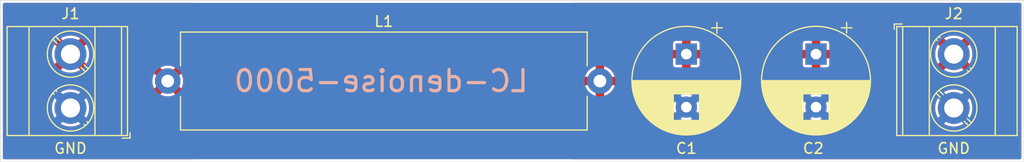
<source format=kicad_pcb>
(kicad_pcb (version 20200104) (host pcbnew "(5.99.0-791-g06c979dfa)")

  (general
    (thickness 1.6)
    (drawings 7)
    (tracks 0)
    (modules 5)
    (nets 4)
  )

  (page "A4")
  (layers
    (0 "F.Cu" signal)
    (31 "B.Cu" signal)
    (32 "B.Adhes" user)
    (33 "F.Adhes" user)
    (34 "B.Paste" user)
    (35 "F.Paste" user)
    (36 "B.SilkS" user)
    (37 "F.SilkS" user)
    (38 "B.Mask" user)
    (39 "F.Mask" user)
    (40 "Dwgs.User" user)
    (41 "Cmts.User" user)
    (42 "Eco1.User" user)
    (43 "Eco2.User" user)
    (44 "Edge.Cuts" user)
    (45 "Margin" user)
    (46 "B.CrtYd" user)
    (47 "F.CrtYd" user)
    (48 "B.Fab" user hide)
    (49 "F.Fab" user hide)
  )

  (setup
    (last_trace_width 0.25)
    (trace_clearance 0.2)
    (zone_clearance 0.25)
    (zone_45_only no)
    (trace_min 0.2)
    (via_size 0.8)
    (via_drill 0.4)
    (via_min_size 0.4)
    (via_min_drill 0.3)
    (uvia_size 0.3)
    (uvia_drill 0.1)
    (uvias_allowed no)
    (uvia_min_size 0.2)
    (uvia_min_drill 0.1)
    (max_error 0.005)
    (defaults
      (edge_clearance 0.01)
      (edge_cuts_line_width 0.05)
      (courtyard_line_width 0.05)
      (copper_line_width 0.2)
      (copper_text_dims (size 1.5 1.5) (thickness 0.3))
      (silk_line_width 0.12)
      (silk_text_dims (size 1 1) (thickness 0.15))
      (other_layers_line_width 0.1)
      (other_layers_text_dims (size 1 1) (thickness 0.15))
      (dimension_units 0)
      (dimension_precision 1)
    )
    (pad_size 1.524 1.524)
    (pad_drill 0.762)
    (pad_to_mask_clearance 0.051)
    (solder_mask_min_width 0.25)
    (aux_axis_origin 0 0)
    (visible_elements FFFFFF7F)
    (pcbplotparams
      (layerselection 0x010fc_ffffffff)
      (usegerberextensions false)
      (usegerberattributes false)
      (usegerberadvancedattributes false)
      (creategerberjobfile false)
      (excludeedgelayer true)
      (linewidth 0.100000)
      (plotframeref false)
      (viasonmask false)
      (mode 1)
      (useauxorigin false)
      (hpglpennumber 1)
      (hpglpenspeed 20)
      (hpglpendiameter 15.000000)
      (psnegative false)
      (psa4output false)
      (plotreference true)
      (plotvalue true)
      (plotinvisibletext false)
      (padsonsilk false)
      (subtractmaskfromsilk false)
      (outputformat 1)
      (mirror false)
      (drillshape 0)
      (scaleselection 1)
      (outputdirectory "gerber/")
    )
  )

  (net 0 "")
  (net 1 "GND")
  (net 2 "/V_OUT")
  (net 3 "/V_IN")

  (net_class "Default" "This is the default net class."
    (clearance 0.2)
    (trace_width 0.25)
    (via_dia 0.8)
    (via_drill 0.4)
    (uvia_dia 0.3)
    (uvia_drill 0.1)
    (add_net "/V_IN")
    (add_net "/V_OUT")
    (add_net "GND")
  )

  (module "TerminalBlock_Phoenix:TerminalBlock_Phoenix_MKDS-3-2-5.08_1x02_P5.08mm_Horizontal" (layer "F.Cu") (tedit 5E597F2F) (tstamp 5E59B39F)
    (at 200.914 76.2 -90)
    (descr "Terminal Block Phoenix MKDS-3-2-5.08, 2 pins, pitch 5.08mm, size 10.2x11.2mm^2, drill diamater 1.3mm, pad diameter 2.6mm, see http://www.farnell.com/datasheets/2138224.pdf, script-generated using https://github.com/pointhi/kicad-footprint-generator/scripts/TerminalBlock_Phoenix")
    (tags "THT Terminal Block Phoenix MKDS-3-2-5.08 pitch 5.08mm size 10.2x11.2mm^2 drill 1.3mm pad 2.6mm")
    (path "/5E597B79")
    (fp_text reference "J2" (at -3.81 0) (layer "F.SilkS")
      (effects (font (size 1 1) (thickness 0.15)))
    )
    (fp_text value "Conn_01x02" (at 2.54 6.604 90) (layer "F.Fab")
      (effects (font (size 1 1) (thickness 0.15)))
    )
    (fp_circle (center 0 0) (end 2 0) (layer "F.Fab") (width 0.1))
    (fp_circle (center 0 0) (end 2.18 0) (layer "F.SilkS") (width 0.12))
    (fp_circle (center 5.08 0) (end 7.08 0) (layer "F.Fab") (width 0.1))
    (fp_circle (center 5.08 0) (end 7.26 0) (layer "F.SilkS") (width 0.12))
    (fp_line (start -2.54 -5.9) (end 7.62 -5.9) (layer "F.Fab") (width 0.1))
    (fp_line (start 7.62 -5.9) (end 7.62 5.3) (layer "F.Fab") (width 0.1))
    (fp_line (start 7.62 5.3) (end -2.04 5.3) (layer "F.Fab") (width 0.1))
    (fp_line (start -2.04 5.3) (end -2.54 4.8) (layer "F.Fab") (width 0.1))
    (fp_line (start -2.54 4.8) (end -2.54 -5.9) (layer "F.Fab") (width 0.1))
    (fp_line (start -2.54 4.8) (end 7.62 4.8) (layer "F.Fab") (width 0.1))
    (fp_line (start -2.6 4.8) (end 7.68 4.8) (layer "F.SilkS") (width 0.12))
    (fp_line (start -2.54 2.3) (end 7.62 2.3) (layer "F.Fab") (width 0.1))
    (fp_line (start -2.6 2.3) (end 7.68 2.3) (layer "F.SilkS") (width 0.12))
    (fp_line (start -2.54 -3.9) (end 7.62 -3.9) (layer "F.Fab") (width 0.1))
    (fp_line (start -2.6 -3.9) (end 7.68 -3.9) (layer "F.SilkS") (width 0.12))
    (fp_line (start -2.6 -5.96) (end 7.68 -5.96) (layer "F.SilkS") (width 0.12))
    (fp_line (start -2.6 5.36) (end 7.68 5.36) (layer "F.SilkS") (width 0.12))
    (fp_line (start -2.6 -5.96) (end -2.6 5.36) (layer "F.SilkS") (width 0.12))
    (fp_line (start 7.68 -5.96) (end 7.68 5.36) (layer "F.SilkS") (width 0.12))
    (fp_line (start 1.517 -1.273) (end -1.273 1.517) (layer "F.Fab") (width 0.1))
    (fp_line (start 1.273 -1.517) (end -1.517 1.273) (layer "F.Fab") (width 0.1))
    (fp_line (start 1.654 -1.388) (end 1.547 -1.281) (layer "F.SilkS") (width 0.12))
    (fp_line (start -1.282 1.547) (end -1.388 1.654) (layer "F.SilkS") (width 0.12))
    (fp_line (start 1.388 -1.654) (end 1.281 -1.547) (layer "F.SilkS") (width 0.12))
    (fp_line (start -1.548 1.281) (end -1.654 1.388) (layer "F.SilkS") (width 0.12))
    (fp_line (start 6.597 -1.273) (end 3.808 1.517) (layer "F.Fab") (width 0.1))
    (fp_line (start 6.353 -1.517) (end 3.564 1.273) (layer "F.Fab") (width 0.1))
    (fp_line (start 6.734 -1.388) (end 6.339 -0.992) (layer "F.SilkS") (width 0.12))
    (fp_line (start 4.073 1.274) (end 3.693 1.654) (layer "F.SilkS") (width 0.12))
    (fp_line (start 6.468 -1.654) (end 6.088 -1.274) (layer "F.SilkS") (width 0.12))
    (fp_line (start 3.822 0.992) (end 3.427 1.388) (layer "F.SilkS") (width 0.12))
    (fp_line (start -2.84 4.86) (end -2.84 5.6) (layer "F.SilkS") (width 0.12))
    (fp_line (start -2.84 5.6) (end -2.34 5.6) (layer "F.SilkS") (width 0.12))
    (fp_line (start -3.04 -6.4) (end -3.04 5.8) (layer "F.CrtYd") (width 0.05))
    (fp_line (start -3.04 5.8) (end 8.13 5.8) (layer "F.CrtYd") (width 0.05))
    (fp_line (start 8.13 5.8) (end 8.13 -6.4) (layer "F.CrtYd") (width 0.05))
    (fp_line (start 8.13 -6.4) (end -3.04 -6.4) (layer "F.CrtYd") (width 0.05))
    (fp_text user "%R" (at 9.144 0) (layer "F.Fab")
      (effects (font (size 1 1) (thickness 0.15)))
    )
    (pad "2" thru_hole circle (at 5.08 0 270) (size 3 3) (drill 1.8) (layers *.Cu *.Mask)
      (net 1 "GND"))
    (pad "1" thru_hole circle (at 0 0 270) (size 3 3) (drill 1.8) (layers *.Cu *.Mask)
      (net 2 "/V_OUT"))
    (model "${KISYS3DMOD}/TerminalBlock_Phoenix.3dshapes/TerminalBlock_Phoenix_MKDS-3-2-5.08_1x02_P5.08mm_Horizontal.wrl"
      (at (xyz 0 0 0))
      (scale (xyz 1 1 1))
      (rotate (xyz 0 0 0))
    )
  )

  (module "TerminalBlock_Phoenix:TerminalBlock_Phoenix_MKDS-3-2-5.08_1x02_P5.08mm_Horizontal" (layer "F.Cu") (tedit 5E597F06) (tstamp 5E59C9AD)
    (at 117.856 81.28 90)
    (descr "Terminal Block Phoenix MKDS-3-2-5.08, 2 pins, pitch 5.08mm, size 10.2x11.2mm^2, drill diamater 1.3mm, pad diameter 2.6mm, see http://www.farnell.com/datasheets/2138224.pdf, script-generated using https://github.com/pointhi/kicad-footprint-generator/scripts/TerminalBlock_Phoenix")
    (tags "THT Terminal Block Phoenix MKDS-3-2-5.08 pitch 5.08mm size 10.2x11.2mm^2 drill 1.3mm pad 2.6mm")
    (path "/5E597810")
    (fp_text reference "J1" (at 8.89 0 180) (layer "F.SilkS")
      (effects (font (size 1 1) (thickness 0.15)))
    )
    (fp_text value "Conn_01x02" (at 2.54 6.36 90) (layer "F.Fab")
      (effects (font (size 1 1) (thickness 0.15)))
    )
    (fp_circle (center 0 0) (end 2 0) (layer "F.Fab") (width 0.1))
    (fp_circle (center 0 0) (end 2.18 0) (layer "F.SilkS") (width 0.12))
    (fp_circle (center 5.08 0) (end 7.08 0) (layer "F.Fab") (width 0.1))
    (fp_circle (center 5.08 0) (end 7.26 0) (layer "F.SilkS") (width 0.12))
    (fp_line (start -2.54 -5.9) (end 7.62 -5.9) (layer "F.Fab") (width 0.1))
    (fp_line (start 7.62 -5.9) (end 7.62 5.3) (layer "F.Fab") (width 0.1))
    (fp_line (start 7.62 5.3) (end -2.04 5.3) (layer "F.Fab") (width 0.1))
    (fp_line (start -2.04 5.3) (end -2.54 4.8) (layer "F.Fab") (width 0.1))
    (fp_line (start -2.54 4.8) (end -2.54 -5.9) (layer "F.Fab") (width 0.1))
    (fp_line (start -2.54 4.8) (end 7.62 4.8) (layer "F.Fab") (width 0.1))
    (fp_line (start -2.6 4.8) (end 7.68 4.8) (layer "F.SilkS") (width 0.12))
    (fp_line (start -2.54 2.3) (end 7.62 2.3) (layer "F.Fab") (width 0.1))
    (fp_line (start -2.6 2.3) (end 7.68 2.3) (layer "F.SilkS") (width 0.12))
    (fp_line (start -2.54 -3.9) (end 7.62 -3.9) (layer "F.Fab") (width 0.1))
    (fp_line (start -2.6 -3.9) (end 7.68 -3.9) (layer "F.SilkS") (width 0.12))
    (fp_line (start -2.6 -5.96) (end 7.68 -5.96) (layer "F.SilkS") (width 0.12))
    (fp_line (start -2.6 5.36) (end 7.68 5.36) (layer "F.SilkS") (width 0.12))
    (fp_line (start -2.6 -5.96) (end -2.6 5.36) (layer "F.SilkS") (width 0.12))
    (fp_line (start 7.68 -5.96) (end 7.68 5.36) (layer "F.SilkS") (width 0.12))
    (fp_line (start 1.517 -1.273) (end -1.273 1.517) (layer "F.Fab") (width 0.1))
    (fp_line (start 1.273 -1.517) (end -1.517 1.273) (layer "F.Fab") (width 0.1))
    (fp_line (start 1.654 -1.388) (end 1.547 -1.281) (layer "F.SilkS") (width 0.12))
    (fp_line (start -1.282 1.547) (end -1.388 1.654) (layer "F.SilkS") (width 0.12))
    (fp_line (start 1.388 -1.654) (end 1.281 -1.547) (layer "F.SilkS") (width 0.12))
    (fp_line (start -1.548 1.281) (end -1.654 1.388) (layer "F.SilkS") (width 0.12))
    (fp_line (start 6.597 -1.273) (end 3.808 1.517) (layer "F.Fab") (width 0.1))
    (fp_line (start 6.353 -1.517) (end 3.564 1.273) (layer "F.Fab") (width 0.1))
    (fp_line (start 6.734 -1.388) (end 6.339 -0.992) (layer "F.SilkS") (width 0.12))
    (fp_line (start 4.073 1.274) (end 3.693 1.654) (layer "F.SilkS") (width 0.12))
    (fp_line (start 6.468 -1.654) (end 6.088 -1.274) (layer "F.SilkS") (width 0.12))
    (fp_line (start 3.822 0.992) (end 3.427 1.388) (layer "F.SilkS") (width 0.12))
    (fp_line (start -2.84 4.86) (end -2.84 5.6) (layer "F.SilkS") (width 0.12))
    (fp_line (start -2.84 5.6) (end -2.34 5.6) (layer "F.SilkS") (width 0.12))
    (fp_line (start -3.04 -6.4) (end -3.04 5.8) (layer "F.CrtYd") (width 0.05))
    (fp_line (start -3.04 5.8) (end 8.13 5.8) (layer "F.CrtYd") (width 0.05))
    (fp_line (start 8.13 5.8) (end 8.13 -6.4) (layer "F.CrtYd") (width 0.05))
    (fp_line (start 8.13 -6.4) (end -3.04 -6.4) (layer "F.CrtYd") (width 0.05))
    (fp_text user "%R" (at -4.064 0 180) (layer "F.Fab")
      (effects (font (size 1 1) (thickness 0.15)))
    )
    (pad "2" thru_hole circle (at 5.08 0 90) (size 3 3) (drill 1.8) (layers *.Cu *.Mask)
      (net 3 "/V_IN"))
    (pad "1" thru_hole circle (at 0 0 90) (size 3 3) (drill 1.8) (layers *.Cu *.Mask)
      (net 1 "GND"))
    (model "${KISYS3DMOD}/TerminalBlock_Phoenix.3dshapes/TerminalBlock_Phoenix_MKDS-3-2-5.08_1x02_P5.08mm_Horizontal.wrl"
      (at (xyz 0 0 0))
      (scale (xyz 1 1 1))
      (rotate (xyz 0 0 0))
    )
  )

  (module "Resistor_THT:R_Axial_Power_L38.0mm_W9.0mm_P40.64mm" (layer "F.Cu") (tedit 5AE5139B) (tstamp 5E59B3B6)
    (at 127 78.74)
    (descr "Resistor, Axial_Power series, Box, pin pitch=40.64mm, 9W, length*width*height=38*9*9mm^3, http://cdn-reichelt.de/documents/datenblatt/B400/5WAXIAL_9WAXIAL_11WAXIAL_17WAXIAL%23YAG.pdf")
    (tags "Resistor Axial_Power series Box pin pitch 40.64mm 9W length 38mm width 9mm height 9mm")
    (path "/5E599CDE")
    (fp_text reference "L1" (at 20.32 -5.62) (layer "F.SilkS")
      (effects (font (size 1 1) (thickness 0.15)))
    )
    (fp_text value "5252-RC" (at 20.32 5.62) (layer "F.Fab")
      (effects (font (size 1 1) (thickness 0.15)))
    )
    (fp_line (start 1.32 -4.5) (end 1.32 4.5) (layer "F.Fab") (width 0.1))
    (fp_line (start 1.32 4.5) (end 39.32 4.5) (layer "F.Fab") (width 0.1))
    (fp_line (start 39.32 4.5) (end 39.32 -4.5) (layer "F.Fab") (width 0.1))
    (fp_line (start 39.32 -4.5) (end 1.32 -4.5) (layer "F.Fab") (width 0.1))
    (fp_line (start 0 0) (end 1.32 0) (layer "F.Fab") (width 0.1))
    (fp_line (start 40.64 0) (end 39.32 0) (layer "F.Fab") (width 0.1))
    (fp_line (start 1.2 -1.44) (end 1.2 -4.62) (layer "F.SilkS") (width 0.12))
    (fp_line (start 1.2 -4.62) (end 39.44 -4.62) (layer "F.SilkS") (width 0.12))
    (fp_line (start 39.44 -4.62) (end 39.44 -1.44) (layer "F.SilkS") (width 0.12))
    (fp_line (start 1.2 1.44) (end 1.2 4.62) (layer "F.SilkS") (width 0.12))
    (fp_line (start 1.2 4.62) (end 39.44 4.62) (layer "F.SilkS") (width 0.12))
    (fp_line (start 39.44 4.62) (end 39.44 1.44) (layer "F.SilkS") (width 0.12))
    (fp_line (start -1.45 -4.75) (end -1.45 4.75) (layer "F.CrtYd") (width 0.05))
    (fp_line (start -1.45 4.75) (end 42.09 4.75) (layer "F.CrtYd") (width 0.05))
    (fp_line (start 42.09 4.75) (end 42.09 -4.75) (layer "F.CrtYd") (width 0.05))
    (fp_line (start 42.09 -4.75) (end -1.45 -4.75) (layer "F.CrtYd") (width 0.05))
    (fp_text user "%R" (at 20.32 0) (layer "F.Fab")
      (effects (font (size 1 1) (thickness 0.15)))
    )
    (pad "2" thru_hole oval (at 40.64 0) (size 2.4 2.4) (drill 1.2) (layers *.Cu *.Mask)
      (net 2 "/V_OUT"))
    (pad "1" thru_hole circle (at 0 0) (size 2.4 2.4) (drill 1.2) (layers *.Cu *.Mask)
      (net 3 "/V_IN"))
    (model "${KISYS3DMOD}/Resistor_THT.3dshapes/R_Axial_Power_L38.0mm_W9.0mm_P40.64mm.wrl"
      (at (xyz 0 0 0))
      (scale (xyz 1 1 1))
      (rotate (xyz 0 0 0))
    )
  )

  (module "Capacitor_THT:CP_Radial_D10.0mm_P5.00mm" (layer "F.Cu") (tedit 5AE50EF1) (tstamp 5E59B347)
    (at 187.96 76.2 -90)
    (descr "CP, Radial series, Radial, pin pitch=5.00mm, , diameter=10mm, Electrolytic Capacitor")
    (tags "CP Radial series Radial pin pitch 5.00mm  diameter 10mm Electrolytic Capacitor")
    (path "/5E5985DB")
    (fp_text reference "C2" (at 8.89 0.254 180) (layer "F.SilkS")
      (effects (font (size 1 1) (thickness 0.15)))
    )
    (fp_text value "EEU-FP1V511B" (at 8.636 0 180) (layer "F.Fab")
      (effects (font (size 1 1) (thickness 0.15)))
    )
    (fp_circle (center 2.5 0) (end 7.5 0) (layer "F.Fab") (width 0.1))
    (fp_circle (center 2.5 0) (end 7.62 0) (layer "F.SilkS") (width 0.12))
    (fp_circle (center 2.5 0) (end 7.75 0) (layer "F.CrtYd") (width 0.05))
    (fp_line (start -1.788861 -2.1875) (end -0.788861 -2.1875) (layer "F.Fab") (width 0.1))
    (fp_line (start -1.288861 -2.6875) (end -1.288861 -1.6875) (layer "F.Fab") (width 0.1))
    (fp_line (start 2.5 -5.08) (end 2.5 5.08) (layer "F.SilkS") (width 0.12))
    (fp_line (start 2.54 -5.08) (end 2.54 5.08) (layer "F.SilkS") (width 0.12))
    (fp_line (start 2.58 -5.08) (end 2.58 5.08) (layer "F.SilkS") (width 0.12))
    (fp_line (start 2.62 -5.079) (end 2.62 5.079) (layer "F.SilkS") (width 0.12))
    (fp_line (start 2.66 -5.078) (end 2.66 5.078) (layer "F.SilkS") (width 0.12))
    (fp_line (start 2.7 -5.077) (end 2.7 5.077) (layer "F.SilkS") (width 0.12))
    (fp_line (start 2.74 -5.075) (end 2.74 5.075) (layer "F.SilkS") (width 0.12))
    (fp_line (start 2.78 -5.073) (end 2.78 5.073) (layer "F.SilkS") (width 0.12))
    (fp_line (start 2.82 -5.07) (end 2.82 5.07) (layer "F.SilkS") (width 0.12))
    (fp_line (start 2.86 -5.068) (end 2.86 5.068) (layer "F.SilkS") (width 0.12))
    (fp_line (start 2.9 -5.065) (end 2.9 5.065) (layer "F.SilkS") (width 0.12))
    (fp_line (start 2.94 -5.062) (end 2.94 5.062) (layer "F.SilkS") (width 0.12))
    (fp_line (start 2.98 -5.058) (end 2.98 5.058) (layer "F.SilkS") (width 0.12))
    (fp_line (start 3.02 -5.054) (end 3.02 5.054) (layer "F.SilkS") (width 0.12))
    (fp_line (start 3.06 -5.05) (end 3.06 5.05) (layer "F.SilkS") (width 0.12))
    (fp_line (start 3.1 -5.045) (end 3.1 5.045) (layer "F.SilkS") (width 0.12))
    (fp_line (start 3.14 -5.04) (end 3.14 5.04) (layer "F.SilkS") (width 0.12))
    (fp_line (start 3.18 -5.035) (end 3.18 5.035) (layer "F.SilkS") (width 0.12))
    (fp_line (start 3.221 -5.03) (end 3.221 5.03) (layer "F.SilkS") (width 0.12))
    (fp_line (start 3.261 -5.024) (end 3.261 5.024) (layer "F.SilkS") (width 0.12))
    (fp_line (start 3.301 -5.018) (end 3.301 5.018) (layer "F.SilkS") (width 0.12))
    (fp_line (start 3.341 -5.011) (end 3.341 5.011) (layer "F.SilkS") (width 0.12))
    (fp_line (start 3.381 -5.004) (end 3.381 5.004) (layer "F.SilkS") (width 0.12))
    (fp_line (start 3.421 -4.997) (end 3.421 4.997) (layer "F.SilkS") (width 0.12))
    (fp_line (start 3.461 -4.99) (end 3.461 4.99) (layer "F.SilkS") (width 0.12))
    (fp_line (start 3.501 -4.982) (end 3.501 4.982) (layer "F.SilkS") (width 0.12))
    (fp_line (start 3.541 -4.974) (end 3.541 4.974) (layer "F.SilkS") (width 0.12))
    (fp_line (start 3.581 -4.965) (end 3.581 4.965) (layer "F.SilkS") (width 0.12))
    (fp_line (start 3.621 -4.956) (end 3.621 4.956) (layer "F.SilkS") (width 0.12))
    (fp_line (start 3.661 -4.947) (end 3.661 4.947) (layer "F.SilkS") (width 0.12))
    (fp_line (start 3.701 -4.938) (end 3.701 4.938) (layer "F.SilkS") (width 0.12))
    (fp_line (start 3.741 -4.928) (end 3.741 4.928) (layer "F.SilkS") (width 0.12))
    (fp_line (start 3.781 -4.918) (end 3.781 -1.241) (layer "F.SilkS") (width 0.12))
    (fp_line (start 3.781 1.241) (end 3.781 4.918) (layer "F.SilkS") (width 0.12))
    (fp_line (start 3.821 -4.907) (end 3.821 -1.241) (layer "F.SilkS") (width 0.12))
    (fp_line (start 3.821 1.241) (end 3.821 4.907) (layer "F.SilkS") (width 0.12))
    (fp_line (start 3.861 -4.897) (end 3.861 -1.241) (layer "F.SilkS") (width 0.12))
    (fp_line (start 3.861 1.241) (end 3.861 4.897) (layer "F.SilkS") (width 0.12))
    (fp_line (start 3.901 -4.885) (end 3.901 -1.241) (layer "F.SilkS") (width 0.12))
    (fp_line (start 3.901 1.241) (end 3.901 4.885) (layer "F.SilkS") (width 0.12))
    (fp_line (start 3.941 -4.874) (end 3.941 -1.241) (layer "F.SilkS") (width 0.12))
    (fp_line (start 3.941 1.241) (end 3.941 4.874) (layer "F.SilkS") (width 0.12))
    (fp_line (start 3.981 -4.862) (end 3.981 -1.241) (layer "F.SilkS") (width 0.12))
    (fp_line (start 3.981 1.241) (end 3.981 4.862) (layer "F.SilkS") (width 0.12))
    (fp_line (start 4.021 -4.85) (end 4.021 -1.241) (layer "F.SilkS") (width 0.12))
    (fp_line (start 4.021 1.241) (end 4.021 4.85) (layer "F.SilkS") (width 0.12))
    (fp_line (start 4.061 -4.837) (end 4.061 -1.241) (layer "F.SilkS") (width 0.12))
    (fp_line (start 4.061 1.241) (end 4.061 4.837) (layer "F.SilkS") (width 0.12))
    (fp_line (start 4.101 -4.824) (end 4.101 -1.241) (layer "F.SilkS") (width 0.12))
    (fp_line (start 4.101 1.241) (end 4.101 4.824) (layer "F.SilkS") (width 0.12))
    (fp_line (start 4.141 -4.811) (end 4.141 -1.241) (layer "F.SilkS") (width 0.12))
    (fp_line (start 4.141 1.241) (end 4.141 4.811) (layer "F.SilkS") (width 0.12))
    (fp_line (start 4.181 -4.797) (end 4.181 -1.241) (layer "F.SilkS") (width 0.12))
    (fp_line (start 4.181 1.241) (end 4.181 4.797) (layer "F.SilkS") (width 0.12))
    (fp_line (start 4.221 -4.783) (end 4.221 -1.241) (layer "F.SilkS") (width 0.12))
    (fp_line (start 4.221 1.241) (end 4.221 4.783) (layer "F.SilkS") (width 0.12))
    (fp_line (start 4.261 -4.768) (end 4.261 -1.241) (layer "F.SilkS") (width 0.12))
    (fp_line (start 4.261 1.241) (end 4.261 4.768) (layer "F.SilkS") (width 0.12))
    (fp_line (start 4.301 -4.754) (end 4.301 -1.241) (layer "F.SilkS") (width 0.12))
    (fp_line (start 4.301 1.241) (end 4.301 4.754) (layer "F.SilkS") (width 0.12))
    (fp_line (start 4.341 -4.738) (end 4.341 -1.241) (layer "F.SilkS") (width 0.12))
    (fp_line (start 4.341 1.241) (end 4.341 4.738) (layer "F.SilkS") (width 0.12))
    (fp_line (start 4.381 -4.723) (end 4.381 -1.241) (layer "F.SilkS") (width 0.12))
    (fp_line (start 4.381 1.241) (end 4.381 4.723) (layer "F.SilkS") (width 0.12))
    (fp_line (start 4.421 -4.707) (end 4.421 -1.241) (layer "F.SilkS") (width 0.12))
    (fp_line (start 4.421 1.241) (end 4.421 4.707) (layer "F.SilkS") (width 0.12))
    (fp_line (start 4.461 -4.69) (end 4.461 -1.241) (layer "F.SilkS") (width 0.12))
    (fp_line (start 4.461 1.241) (end 4.461 4.69) (layer "F.SilkS") (width 0.12))
    (fp_line (start 4.501 -4.674) (end 4.501 -1.241) (layer "F.SilkS") (width 0.12))
    (fp_line (start 4.501 1.241) (end 4.501 4.674) (layer "F.SilkS") (width 0.12))
    (fp_line (start 4.541 -4.657) (end 4.541 -1.241) (layer "F.SilkS") (width 0.12))
    (fp_line (start 4.541 1.241) (end 4.541 4.657) (layer "F.SilkS") (width 0.12))
    (fp_line (start 4.581 -4.639) (end 4.581 -1.241) (layer "F.SilkS") (width 0.12))
    (fp_line (start 4.581 1.241) (end 4.581 4.639) (layer "F.SilkS") (width 0.12))
    (fp_line (start 4.621 -4.621) (end 4.621 -1.241) (layer "F.SilkS") (width 0.12))
    (fp_line (start 4.621 1.241) (end 4.621 4.621) (layer "F.SilkS") (width 0.12))
    (fp_line (start 4.661 -4.603) (end 4.661 -1.241) (layer "F.SilkS") (width 0.12))
    (fp_line (start 4.661 1.241) (end 4.661 4.603) (layer "F.SilkS") (width 0.12))
    (fp_line (start 4.701 -4.584) (end 4.701 -1.241) (layer "F.SilkS") (width 0.12))
    (fp_line (start 4.701 1.241) (end 4.701 4.584) (layer "F.SilkS") (width 0.12))
    (fp_line (start 4.741 -4.564) (end 4.741 -1.241) (layer "F.SilkS") (width 0.12))
    (fp_line (start 4.741 1.241) (end 4.741 4.564) (layer "F.SilkS") (width 0.12))
    (fp_line (start 4.781 -4.545) (end 4.781 -1.241) (layer "F.SilkS") (width 0.12))
    (fp_line (start 4.781 1.241) (end 4.781 4.545) (layer "F.SilkS") (width 0.12))
    (fp_line (start 4.821 -4.525) (end 4.821 -1.241) (layer "F.SilkS") (width 0.12))
    (fp_line (start 4.821 1.241) (end 4.821 4.525) (layer "F.SilkS") (width 0.12))
    (fp_line (start 4.861 -4.504) (end 4.861 -1.241) (layer "F.SilkS") (width 0.12))
    (fp_line (start 4.861 1.241) (end 4.861 4.504) (layer "F.SilkS") (width 0.12))
    (fp_line (start 4.901 -4.483) (end 4.901 -1.241) (layer "F.SilkS") (width 0.12))
    (fp_line (start 4.901 1.241) (end 4.901 4.483) (layer "F.SilkS") (width 0.12))
    (fp_line (start 4.941 -4.462) (end 4.941 -1.241) (layer "F.SilkS") (width 0.12))
    (fp_line (start 4.941 1.241) (end 4.941 4.462) (layer "F.SilkS") (width 0.12))
    (fp_line (start 4.981 -4.44) (end 4.981 -1.241) (layer "F.SilkS") (width 0.12))
    (fp_line (start 4.981 1.241) (end 4.981 4.44) (layer "F.SilkS") (width 0.12))
    (fp_line (start 5.021 -4.417) (end 5.021 -1.241) (layer "F.SilkS") (width 0.12))
    (fp_line (start 5.021 1.241) (end 5.021 4.417) (layer "F.SilkS") (width 0.12))
    (fp_line (start 5.061 -4.395) (end 5.061 -1.241) (layer "F.SilkS") (width 0.12))
    (fp_line (start 5.061 1.241) (end 5.061 4.395) (layer "F.SilkS") (width 0.12))
    (fp_line (start 5.101 -4.371) (end 5.101 -1.241) (layer "F.SilkS") (width 0.12))
    (fp_line (start 5.101 1.241) (end 5.101 4.371) (layer "F.SilkS") (width 0.12))
    (fp_line (start 5.141 -4.347) (end 5.141 -1.241) (layer "F.SilkS") (width 0.12))
    (fp_line (start 5.141 1.241) (end 5.141 4.347) (layer "F.SilkS") (width 0.12))
    (fp_line (start 5.181 -4.323) (end 5.181 -1.241) (layer "F.SilkS") (width 0.12))
    (fp_line (start 5.181 1.241) (end 5.181 4.323) (layer "F.SilkS") (width 0.12))
    (fp_line (start 5.221 -4.298) (end 5.221 -1.241) (layer "F.SilkS") (width 0.12))
    (fp_line (start 5.221 1.241) (end 5.221 4.298) (layer "F.SilkS") (width 0.12))
    (fp_line (start 5.261 -4.273) (end 5.261 -1.241) (layer "F.SilkS") (width 0.12))
    (fp_line (start 5.261 1.241) (end 5.261 4.273) (layer "F.SilkS") (width 0.12))
    (fp_line (start 5.301 -4.247) (end 5.301 -1.241) (layer "F.SilkS") (width 0.12))
    (fp_line (start 5.301 1.241) (end 5.301 4.247) (layer "F.SilkS") (width 0.12))
    (fp_line (start 5.341 -4.221) (end 5.341 -1.241) (layer "F.SilkS") (width 0.12))
    (fp_line (start 5.341 1.241) (end 5.341 4.221) (layer "F.SilkS") (width 0.12))
    (fp_line (start 5.381 -4.194) (end 5.381 -1.241) (layer "F.SilkS") (width 0.12))
    (fp_line (start 5.381 1.241) (end 5.381 4.194) (layer "F.SilkS") (width 0.12))
    (fp_line (start 5.421 -4.166) (end 5.421 -1.241) (layer "F.SilkS") (width 0.12))
    (fp_line (start 5.421 1.241) (end 5.421 4.166) (layer "F.SilkS") (width 0.12))
    (fp_line (start 5.461 -4.138) (end 5.461 -1.241) (layer "F.SilkS") (width 0.12))
    (fp_line (start 5.461 1.241) (end 5.461 4.138) (layer "F.SilkS") (width 0.12))
    (fp_line (start 5.501 -4.11) (end 5.501 -1.241) (layer "F.SilkS") (width 0.12))
    (fp_line (start 5.501 1.241) (end 5.501 4.11) (layer "F.SilkS") (width 0.12))
    (fp_line (start 5.541 -4.08) (end 5.541 -1.241) (layer "F.SilkS") (width 0.12))
    (fp_line (start 5.541 1.241) (end 5.541 4.08) (layer "F.SilkS") (width 0.12))
    (fp_line (start 5.581 -4.05) (end 5.581 -1.241) (layer "F.SilkS") (width 0.12))
    (fp_line (start 5.581 1.241) (end 5.581 4.05) (layer "F.SilkS") (width 0.12))
    (fp_line (start 5.621 -4.02) (end 5.621 -1.241) (layer "F.SilkS") (width 0.12))
    (fp_line (start 5.621 1.241) (end 5.621 4.02) (layer "F.SilkS") (width 0.12))
    (fp_line (start 5.661 -3.989) (end 5.661 -1.241) (layer "F.SilkS") (width 0.12))
    (fp_line (start 5.661 1.241) (end 5.661 3.989) (layer "F.SilkS") (width 0.12))
    (fp_line (start 5.701 -3.957) (end 5.701 -1.241) (layer "F.SilkS") (width 0.12))
    (fp_line (start 5.701 1.241) (end 5.701 3.957) (layer "F.SilkS") (width 0.12))
    (fp_line (start 5.741 -3.925) (end 5.741 -1.241) (layer "F.SilkS") (width 0.12))
    (fp_line (start 5.741 1.241) (end 5.741 3.925) (layer "F.SilkS") (width 0.12))
    (fp_line (start 5.781 -3.892) (end 5.781 -1.241) (layer "F.SilkS") (width 0.12))
    (fp_line (start 5.781 1.241) (end 5.781 3.892) (layer "F.SilkS") (width 0.12))
    (fp_line (start 5.821 -3.858) (end 5.821 -1.241) (layer "F.SilkS") (width 0.12))
    (fp_line (start 5.821 1.241) (end 5.821 3.858) (layer "F.SilkS") (width 0.12))
    (fp_line (start 5.861 -3.824) (end 5.861 -1.241) (layer "F.SilkS") (width 0.12))
    (fp_line (start 5.861 1.241) (end 5.861 3.824) (layer "F.SilkS") (width 0.12))
    (fp_line (start 5.901 -3.789) (end 5.901 -1.241) (layer "F.SilkS") (width 0.12))
    (fp_line (start 5.901 1.241) (end 5.901 3.789) (layer "F.SilkS") (width 0.12))
    (fp_line (start 5.941 -3.753) (end 5.941 -1.241) (layer "F.SilkS") (width 0.12))
    (fp_line (start 5.941 1.241) (end 5.941 3.753) (layer "F.SilkS") (width 0.12))
    (fp_line (start 5.981 -3.716) (end 5.981 -1.241) (layer "F.SilkS") (width 0.12))
    (fp_line (start 5.981 1.241) (end 5.981 3.716) (layer "F.SilkS") (width 0.12))
    (fp_line (start 6.021 -3.679) (end 6.021 -1.241) (layer "F.SilkS") (width 0.12))
    (fp_line (start 6.021 1.241) (end 6.021 3.679) (layer "F.SilkS") (width 0.12))
    (fp_line (start 6.061 -3.64) (end 6.061 -1.241) (layer "F.SilkS") (width 0.12))
    (fp_line (start 6.061 1.241) (end 6.061 3.64) (layer "F.SilkS") (width 0.12))
    (fp_line (start 6.101 -3.601) (end 6.101 -1.241) (layer "F.SilkS") (width 0.12))
    (fp_line (start 6.101 1.241) (end 6.101 3.601) (layer "F.SilkS") (width 0.12))
    (fp_line (start 6.141 -3.561) (end 6.141 -1.241) (layer "F.SilkS") (width 0.12))
    (fp_line (start 6.141 1.241) (end 6.141 3.561) (layer "F.SilkS") (width 0.12))
    (fp_line (start 6.181 -3.52) (end 6.181 -1.241) (layer "F.SilkS") (width 0.12))
    (fp_line (start 6.181 1.241) (end 6.181 3.52) (layer "F.SilkS") (width 0.12))
    (fp_line (start 6.221 -3.478) (end 6.221 -1.241) (layer "F.SilkS") (width 0.12))
    (fp_line (start 6.221 1.241) (end 6.221 3.478) (layer "F.SilkS") (width 0.12))
    (fp_line (start 6.261 -3.436) (end 6.261 3.436) (layer "F.SilkS") (width 0.12))
    (fp_line (start 6.301 -3.392) (end 6.301 3.392) (layer "F.SilkS") (width 0.12))
    (fp_line (start 6.341 -3.347) (end 6.341 3.347) (layer "F.SilkS") (width 0.12))
    (fp_line (start 6.381 -3.301) (end 6.381 3.301) (layer "F.SilkS") (width 0.12))
    (fp_line (start 6.421 -3.254) (end 6.421 3.254) (layer "F.SilkS") (width 0.12))
    (fp_line (start 6.461 -3.206) (end 6.461 3.206) (layer "F.SilkS") (width 0.12))
    (fp_line (start 6.501 -3.156) (end 6.501 3.156) (layer "F.SilkS") (width 0.12))
    (fp_line (start 6.541 -3.106) (end 6.541 3.106) (layer "F.SilkS") (width 0.12))
    (fp_line (start 6.581 -3.054) (end 6.581 3.054) (layer "F.SilkS") (width 0.12))
    (fp_line (start 6.621 -3) (end 6.621 3) (layer "F.SilkS") (width 0.12))
    (fp_line (start 6.661 -2.945) (end 6.661 2.945) (layer "F.SilkS") (width 0.12))
    (fp_line (start 6.701 -2.889) (end 6.701 2.889) (layer "F.SilkS") (width 0.12))
    (fp_line (start 6.741 -2.83) (end 6.741 2.83) (layer "F.SilkS") (width 0.12))
    (fp_line (start 6.781 -2.77) (end 6.781 2.77) (layer "F.SilkS") (width 0.12))
    (fp_line (start 6.821 -2.709) (end 6.821 2.709) (layer "F.SilkS") (width 0.12))
    (fp_line (start 6.861 -2.645) (end 6.861 2.645) (layer "F.SilkS") (width 0.12))
    (fp_line (start 6.901 -2.579) (end 6.901 2.579) (layer "F.SilkS") (width 0.12))
    (fp_line (start 6.941 -2.51) (end 6.941 2.51) (layer "F.SilkS") (width 0.12))
    (fp_line (start 6.981 -2.439) (end 6.981 2.439) (layer "F.SilkS") (width 0.12))
    (fp_line (start 7.021 -2.365) (end 7.021 2.365) (layer "F.SilkS") (width 0.12))
    (fp_line (start 7.061 -2.289) (end 7.061 2.289) (layer "F.SilkS") (width 0.12))
    (fp_line (start 7.101 -2.209) (end 7.101 2.209) (layer "F.SilkS") (width 0.12))
    (fp_line (start 7.141 -2.125) (end 7.141 2.125) (layer "F.SilkS") (width 0.12))
    (fp_line (start 7.181 -2.037) (end 7.181 2.037) (layer "F.SilkS") (width 0.12))
    (fp_line (start 7.221 -1.944) (end 7.221 1.944) (layer "F.SilkS") (width 0.12))
    (fp_line (start 7.261 -1.846) (end 7.261 1.846) (layer "F.SilkS") (width 0.12))
    (fp_line (start 7.301 -1.742) (end 7.301 1.742) (layer "F.SilkS") (width 0.12))
    (fp_line (start 7.341 -1.63) (end 7.341 1.63) (layer "F.SilkS") (width 0.12))
    (fp_line (start 7.381 -1.51) (end 7.381 1.51) (layer "F.SilkS") (width 0.12))
    (fp_line (start 7.421 -1.378) (end 7.421 1.378) (layer "F.SilkS") (width 0.12))
    (fp_line (start 7.461 -1.23) (end 7.461 1.23) (layer "F.SilkS") (width 0.12))
    (fp_line (start 7.501 -1.062) (end 7.501 1.062) (layer "F.SilkS") (width 0.12))
    (fp_line (start 7.541 -0.862) (end 7.541 0.862) (layer "F.SilkS") (width 0.12))
    (fp_line (start 7.581 -0.599) (end 7.581 0.599) (layer "F.SilkS") (width 0.12))
    (fp_line (start -2.979646 -2.875) (end -1.979646 -2.875) (layer "F.SilkS") (width 0.12))
    (fp_line (start -2.479646 -3.375) (end -2.479646 -2.375) (layer "F.SilkS") (width 0.12))
    (fp_text user "%R" (at -3.556 0 180) (layer "F.Fab")
      (effects (font (size 1 1) (thickness 0.15)))
    )
    (pad "2" thru_hole circle (at 5 0 270) (size 2 2) (drill 1) (layers *.Cu *.Mask)
      (net 1 "GND"))
    (pad "1" thru_hole rect (at 0 0 270) (size 2 2) (drill 1) (layers *.Cu *.Mask)
      (net 2 "/V_OUT"))
    (model "${KISYS3DMOD}/Capacitor_THT.3dshapes/CP_Radial_D10.0mm_P5.00mm.wrl"
      (at (xyz 0 0 0))
      (scale (xyz 1 1 1))
      (rotate (xyz 0 0 0))
    )
  )

  (module "Capacitor_THT:CP_Radial_D10.0mm_P5.00mm" (layer "F.Cu") (tedit 5AE50EF1) (tstamp 5E59B27B)
    (at 175.768 76.2 -90)
    (descr "CP, Radial series, Radial, pin pitch=5.00mm, , diameter=10mm, Electrolytic Capacitor")
    (tags "CP Radial series Radial pin pitch 5.00mm  diameter 10mm Electrolytic Capacitor")
    (path "/5E5994CF")
    (fp_text reference "C1" (at 8.89 0 180) (layer "F.SilkS")
      (effects (font (size 1 1) (thickness 0.15)))
    )
    (fp_text value "EEU-FP1V511B" (at 8.636 0 180) (layer "F.Fab")
      (effects (font (size 1 1) (thickness 0.15)))
    )
    (fp_circle (center 2.5 0) (end 7.5 0) (layer "F.Fab") (width 0.1))
    (fp_circle (center 2.5 0) (end 7.62 0) (layer "F.SilkS") (width 0.12))
    (fp_circle (center 2.5 0) (end 7.75 0) (layer "F.CrtYd") (width 0.05))
    (fp_line (start -1.788861 -2.1875) (end -0.788861 -2.1875) (layer "F.Fab") (width 0.1))
    (fp_line (start -1.288861 -2.6875) (end -1.288861 -1.6875) (layer "F.Fab") (width 0.1))
    (fp_line (start 2.5 -5.08) (end 2.5 5.08) (layer "F.SilkS") (width 0.12))
    (fp_line (start 2.54 -5.08) (end 2.54 5.08) (layer "F.SilkS") (width 0.12))
    (fp_line (start 2.58 -5.08) (end 2.58 5.08) (layer "F.SilkS") (width 0.12))
    (fp_line (start 2.62 -5.079) (end 2.62 5.079) (layer "F.SilkS") (width 0.12))
    (fp_line (start 2.66 -5.078) (end 2.66 5.078) (layer "F.SilkS") (width 0.12))
    (fp_line (start 2.7 -5.077) (end 2.7 5.077) (layer "F.SilkS") (width 0.12))
    (fp_line (start 2.74 -5.075) (end 2.74 5.075) (layer "F.SilkS") (width 0.12))
    (fp_line (start 2.78 -5.073) (end 2.78 5.073) (layer "F.SilkS") (width 0.12))
    (fp_line (start 2.82 -5.07) (end 2.82 5.07) (layer "F.SilkS") (width 0.12))
    (fp_line (start 2.86 -5.068) (end 2.86 5.068) (layer "F.SilkS") (width 0.12))
    (fp_line (start 2.9 -5.065) (end 2.9 5.065) (layer "F.SilkS") (width 0.12))
    (fp_line (start 2.94 -5.062) (end 2.94 5.062) (layer "F.SilkS") (width 0.12))
    (fp_line (start 2.98 -5.058) (end 2.98 5.058) (layer "F.SilkS") (width 0.12))
    (fp_line (start 3.02 -5.054) (end 3.02 5.054) (layer "F.SilkS") (width 0.12))
    (fp_line (start 3.06 -5.05) (end 3.06 5.05) (layer "F.SilkS") (width 0.12))
    (fp_line (start 3.1 -5.045) (end 3.1 5.045) (layer "F.SilkS") (width 0.12))
    (fp_line (start 3.14 -5.04) (end 3.14 5.04) (layer "F.SilkS") (width 0.12))
    (fp_line (start 3.18 -5.035) (end 3.18 5.035) (layer "F.SilkS") (width 0.12))
    (fp_line (start 3.221 -5.03) (end 3.221 5.03) (layer "F.SilkS") (width 0.12))
    (fp_line (start 3.261 -5.024) (end 3.261 5.024) (layer "F.SilkS") (width 0.12))
    (fp_line (start 3.301 -5.018) (end 3.301 5.018) (layer "F.SilkS") (width 0.12))
    (fp_line (start 3.341 -5.011) (end 3.341 5.011) (layer "F.SilkS") (width 0.12))
    (fp_line (start 3.381 -5.004) (end 3.381 5.004) (layer "F.SilkS") (width 0.12))
    (fp_line (start 3.421 -4.997) (end 3.421 4.997) (layer "F.SilkS") (width 0.12))
    (fp_line (start 3.461 -4.99) (end 3.461 4.99) (layer "F.SilkS") (width 0.12))
    (fp_line (start 3.501 -4.982) (end 3.501 4.982) (layer "F.SilkS") (width 0.12))
    (fp_line (start 3.541 -4.974) (end 3.541 4.974) (layer "F.SilkS") (width 0.12))
    (fp_line (start 3.581 -4.965) (end 3.581 4.965) (layer "F.SilkS") (width 0.12))
    (fp_line (start 3.621 -4.956) (end 3.621 4.956) (layer "F.SilkS") (width 0.12))
    (fp_line (start 3.661 -4.947) (end 3.661 4.947) (layer "F.SilkS") (width 0.12))
    (fp_line (start 3.701 -4.938) (end 3.701 4.938) (layer "F.SilkS") (width 0.12))
    (fp_line (start 3.741 -4.928) (end 3.741 4.928) (layer "F.SilkS") (width 0.12))
    (fp_line (start 3.781 -4.918) (end 3.781 -1.241) (layer "F.SilkS") (width 0.12))
    (fp_line (start 3.781 1.241) (end 3.781 4.918) (layer "F.SilkS") (width 0.12))
    (fp_line (start 3.821 -4.907) (end 3.821 -1.241) (layer "F.SilkS") (width 0.12))
    (fp_line (start 3.821 1.241) (end 3.821 4.907) (layer "F.SilkS") (width 0.12))
    (fp_line (start 3.861 -4.897) (end 3.861 -1.241) (layer "F.SilkS") (width 0.12))
    (fp_line (start 3.861 1.241) (end 3.861 4.897) (layer "F.SilkS") (width 0.12))
    (fp_line (start 3.901 -4.885) (end 3.901 -1.241) (layer "F.SilkS") (width 0.12))
    (fp_line (start 3.901 1.241) (end 3.901 4.885) (layer "F.SilkS") (width 0.12))
    (fp_line (start 3.941 -4.874) (end 3.941 -1.241) (layer "F.SilkS") (width 0.12))
    (fp_line (start 3.941 1.241) (end 3.941 4.874) (layer "F.SilkS") (width 0.12))
    (fp_line (start 3.981 -4.862) (end 3.981 -1.241) (layer "F.SilkS") (width 0.12))
    (fp_line (start 3.981 1.241) (end 3.981 4.862) (layer "F.SilkS") (width 0.12))
    (fp_line (start 4.021 -4.85) (end 4.021 -1.241) (layer "F.SilkS") (width 0.12))
    (fp_line (start 4.021 1.241) (end 4.021 4.85) (layer "F.SilkS") (width 0.12))
    (fp_line (start 4.061 -4.837) (end 4.061 -1.241) (layer "F.SilkS") (width 0.12))
    (fp_line (start 4.061 1.241) (end 4.061 4.837) (layer "F.SilkS") (width 0.12))
    (fp_line (start 4.101 -4.824) (end 4.101 -1.241) (layer "F.SilkS") (width 0.12))
    (fp_line (start 4.101 1.241) (end 4.101 4.824) (layer "F.SilkS") (width 0.12))
    (fp_line (start 4.141 -4.811) (end 4.141 -1.241) (layer "F.SilkS") (width 0.12))
    (fp_line (start 4.141 1.241) (end 4.141 4.811) (layer "F.SilkS") (width 0.12))
    (fp_line (start 4.181 -4.797) (end 4.181 -1.241) (layer "F.SilkS") (width 0.12))
    (fp_line (start 4.181 1.241) (end 4.181 4.797) (layer "F.SilkS") (width 0.12))
    (fp_line (start 4.221 -4.783) (end 4.221 -1.241) (layer "F.SilkS") (width 0.12))
    (fp_line (start 4.221 1.241) (end 4.221 4.783) (layer "F.SilkS") (width 0.12))
    (fp_line (start 4.261 -4.768) (end 4.261 -1.241) (layer "F.SilkS") (width 0.12))
    (fp_line (start 4.261 1.241) (end 4.261 4.768) (layer "F.SilkS") (width 0.12))
    (fp_line (start 4.301 -4.754) (end 4.301 -1.241) (layer "F.SilkS") (width 0.12))
    (fp_line (start 4.301 1.241) (end 4.301 4.754) (layer "F.SilkS") (width 0.12))
    (fp_line (start 4.341 -4.738) (end 4.341 -1.241) (layer "F.SilkS") (width 0.12))
    (fp_line (start 4.341 1.241) (end 4.341 4.738) (layer "F.SilkS") (width 0.12))
    (fp_line (start 4.381 -4.723) (end 4.381 -1.241) (layer "F.SilkS") (width 0.12))
    (fp_line (start 4.381 1.241) (end 4.381 4.723) (layer "F.SilkS") (width 0.12))
    (fp_line (start 4.421 -4.707) (end 4.421 -1.241) (layer "F.SilkS") (width 0.12))
    (fp_line (start 4.421 1.241) (end 4.421 4.707) (layer "F.SilkS") (width 0.12))
    (fp_line (start 4.461 -4.69) (end 4.461 -1.241) (layer "F.SilkS") (width 0.12))
    (fp_line (start 4.461 1.241) (end 4.461 4.69) (layer "F.SilkS") (width 0.12))
    (fp_line (start 4.501 -4.674) (end 4.501 -1.241) (layer "F.SilkS") (width 0.12))
    (fp_line (start 4.501 1.241) (end 4.501 4.674) (layer "F.SilkS") (width 0.12))
    (fp_line (start 4.541 -4.657) (end 4.541 -1.241) (layer "F.SilkS") (width 0.12))
    (fp_line (start 4.541 1.241) (end 4.541 4.657) (layer "F.SilkS") (width 0.12))
    (fp_line (start 4.581 -4.639) (end 4.581 -1.241) (layer "F.SilkS") (width 0.12))
    (fp_line (start 4.581 1.241) (end 4.581 4.639) (layer "F.SilkS") (width 0.12))
    (fp_line (start 4.621 -4.621) (end 4.621 -1.241) (layer "F.SilkS") (width 0.12))
    (fp_line (start 4.621 1.241) (end 4.621 4.621) (layer "F.SilkS") (width 0.12))
    (fp_line (start 4.661 -4.603) (end 4.661 -1.241) (layer "F.SilkS") (width 0.12))
    (fp_line (start 4.661 1.241) (end 4.661 4.603) (layer "F.SilkS") (width 0.12))
    (fp_line (start 4.701 -4.584) (end 4.701 -1.241) (layer "F.SilkS") (width 0.12))
    (fp_line (start 4.701 1.241) (end 4.701 4.584) (layer "F.SilkS") (width 0.12))
    (fp_line (start 4.741 -4.564) (end 4.741 -1.241) (layer "F.SilkS") (width 0.12))
    (fp_line (start 4.741 1.241) (end 4.741 4.564) (layer "F.SilkS") (width 0.12))
    (fp_line (start 4.781 -4.545) (end 4.781 -1.241) (layer "F.SilkS") (width 0.12))
    (fp_line (start 4.781 1.241) (end 4.781 4.545) (layer "F.SilkS") (width 0.12))
    (fp_line (start 4.821 -4.525) (end 4.821 -1.241) (layer "F.SilkS") (width 0.12))
    (fp_line (start 4.821 1.241) (end 4.821 4.525) (layer "F.SilkS") (width 0.12))
    (fp_line (start 4.861 -4.504) (end 4.861 -1.241) (layer "F.SilkS") (width 0.12))
    (fp_line (start 4.861 1.241) (end 4.861 4.504) (layer "F.SilkS") (width 0.12))
    (fp_line (start 4.901 -4.483) (end 4.901 -1.241) (layer "F.SilkS") (width 0.12))
    (fp_line (start 4.901 1.241) (end 4.901 4.483) (layer "F.SilkS") (width 0.12))
    (fp_line (start 4.941 -4.462) (end 4.941 -1.241) (layer "F.SilkS") (width 0.12))
    (fp_line (start 4.941 1.241) (end 4.941 4.462) (layer "F.SilkS") (width 0.12))
    (fp_line (start 4.981 -4.44) (end 4.981 -1.241) (layer "F.SilkS") (width 0.12))
    (fp_line (start 4.981 1.241) (end 4.981 4.44) (layer "F.SilkS") (width 0.12))
    (fp_line (start 5.021 -4.417) (end 5.021 -1.241) (layer "F.SilkS") (width 0.12))
    (fp_line (start 5.021 1.241) (end 5.021 4.417) (layer "F.SilkS") (width 0.12))
    (fp_line (start 5.061 -4.395) (end 5.061 -1.241) (layer "F.SilkS") (width 0.12))
    (fp_line (start 5.061 1.241) (end 5.061 4.395) (layer "F.SilkS") (width 0.12))
    (fp_line (start 5.101 -4.371) (end 5.101 -1.241) (layer "F.SilkS") (width 0.12))
    (fp_line (start 5.101 1.241) (end 5.101 4.371) (layer "F.SilkS") (width 0.12))
    (fp_line (start 5.141 -4.347) (end 5.141 -1.241) (layer "F.SilkS") (width 0.12))
    (fp_line (start 5.141 1.241) (end 5.141 4.347) (layer "F.SilkS") (width 0.12))
    (fp_line (start 5.181 -4.323) (end 5.181 -1.241) (layer "F.SilkS") (width 0.12))
    (fp_line (start 5.181 1.241) (end 5.181 4.323) (layer "F.SilkS") (width 0.12))
    (fp_line (start 5.221 -4.298) (end 5.221 -1.241) (layer "F.SilkS") (width 0.12))
    (fp_line (start 5.221 1.241) (end 5.221 4.298) (layer "F.SilkS") (width 0.12))
    (fp_line (start 5.261 -4.273) (end 5.261 -1.241) (layer "F.SilkS") (width 0.12))
    (fp_line (start 5.261 1.241) (end 5.261 4.273) (layer "F.SilkS") (width 0.12))
    (fp_line (start 5.301 -4.247) (end 5.301 -1.241) (layer "F.SilkS") (width 0.12))
    (fp_line (start 5.301 1.241) (end 5.301 4.247) (layer "F.SilkS") (width 0.12))
    (fp_line (start 5.341 -4.221) (end 5.341 -1.241) (layer "F.SilkS") (width 0.12))
    (fp_line (start 5.341 1.241) (end 5.341 4.221) (layer "F.SilkS") (width 0.12))
    (fp_line (start 5.381 -4.194) (end 5.381 -1.241) (layer "F.SilkS") (width 0.12))
    (fp_line (start 5.381 1.241) (end 5.381 4.194) (layer "F.SilkS") (width 0.12))
    (fp_line (start 5.421 -4.166) (end 5.421 -1.241) (layer "F.SilkS") (width 0.12))
    (fp_line (start 5.421 1.241) (end 5.421 4.166) (layer "F.SilkS") (width 0.12))
    (fp_line (start 5.461 -4.138) (end 5.461 -1.241) (layer "F.SilkS") (width 0.12))
    (fp_line (start 5.461 1.241) (end 5.461 4.138) (layer "F.SilkS") (width 0.12))
    (fp_line (start 5.501 -4.11) (end 5.501 -1.241) (layer "F.SilkS") (width 0.12))
    (fp_line (start 5.501 1.241) (end 5.501 4.11) (layer "F.SilkS") (width 0.12))
    (fp_line (start 5.541 -4.08) (end 5.541 -1.241) (layer "F.SilkS") (width 0.12))
    (fp_line (start 5.541 1.241) (end 5.541 4.08) (layer "F.SilkS") (width 0.12))
    (fp_line (start 5.581 -4.05) (end 5.581 -1.241) (layer "F.SilkS") (width 0.12))
    (fp_line (start 5.581 1.241) (end 5.581 4.05) (layer "F.SilkS") (width 0.12))
    (fp_line (start 5.621 -4.02) (end 5.621 -1.241) (layer "F.SilkS") (width 0.12))
    (fp_line (start 5.621 1.241) (end 5.621 4.02) (layer "F.SilkS") (width 0.12))
    (fp_line (start 5.661 -3.989) (end 5.661 -1.241) (layer "F.SilkS") (width 0.12))
    (fp_line (start 5.661 1.241) (end 5.661 3.989) (layer "F.SilkS") (width 0.12))
    (fp_line (start 5.701 -3.957) (end 5.701 -1.241) (layer "F.SilkS") (width 0.12))
    (fp_line (start 5.701 1.241) (end 5.701 3.957) (layer "F.SilkS") (width 0.12))
    (fp_line (start 5.741 -3.925) (end 5.741 -1.241) (layer "F.SilkS") (width 0.12))
    (fp_line (start 5.741 1.241) (end 5.741 3.925) (layer "F.SilkS") (width 0.12))
    (fp_line (start 5.781 -3.892) (end 5.781 -1.241) (layer "F.SilkS") (width 0.12))
    (fp_line (start 5.781 1.241) (end 5.781 3.892) (layer "F.SilkS") (width 0.12))
    (fp_line (start 5.821 -3.858) (end 5.821 -1.241) (layer "F.SilkS") (width 0.12))
    (fp_line (start 5.821 1.241) (end 5.821 3.858) (layer "F.SilkS") (width 0.12))
    (fp_line (start 5.861 -3.824) (end 5.861 -1.241) (layer "F.SilkS") (width 0.12))
    (fp_line (start 5.861 1.241) (end 5.861 3.824) (layer "F.SilkS") (width 0.12))
    (fp_line (start 5.901 -3.789) (end 5.901 -1.241) (layer "F.SilkS") (width 0.12))
    (fp_line (start 5.901 1.241) (end 5.901 3.789) (layer "F.SilkS") (width 0.12))
    (fp_line (start 5.941 -3.753) (end 5.941 -1.241) (layer "F.SilkS") (width 0.12))
    (fp_line (start 5.941 1.241) (end 5.941 3.753) (layer "F.SilkS") (width 0.12))
    (fp_line (start 5.981 -3.716) (end 5.981 -1.241) (layer "F.SilkS") (width 0.12))
    (fp_line (start 5.981 1.241) (end 5.981 3.716) (layer "F.SilkS") (width 0.12))
    (fp_line (start 6.021 -3.679) (end 6.021 -1.241) (layer "F.SilkS") (width 0.12))
    (fp_line (start 6.021 1.241) (end 6.021 3.679) (layer "F.SilkS") (width 0.12))
    (fp_line (start 6.061 -3.64) (end 6.061 -1.241) (layer "F.SilkS") (width 0.12))
    (fp_line (start 6.061 1.241) (end 6.061 3.64) (layer "F.SilkS") (width 0.12))
    (fp_line (start 6.101 -3.601) (end 6.101 -1.241) (layer "F.SilkS") (width 0.12))
    (fp_line (start 6.101 1.241) (end 6.101 3.601) (layer "F.SilkS") (width 0.12))
    (fp_line (start 6.141 -3.561) (end 6.141 -1.241) (layer "F.SilkS") (width 0.12))
    (fp_line (start 6.141 1.241) (end 6.141 3.561) (layer "F.SilkS") (width 0.12))
    (fp_line (start 6.181 -3.52) (end 6.181 -1.241) (layer "F.SilkS") (width 0.12))
    (fp_line (start 6.181 1.241) (end 6.181 3.52) (layer "F.SilkS") (width 0.12))
    (fp_line (start 6.221 -3.478) (end 6.221 -1.241) (layer "F.SilkS") (width 0.12))
    (fp_line (start 6.221 1.241) (end 6.221 3.478) (layer "F.SilkS") (width 0.12))
    (fp_line (start 6.261 -3.436) (end 6.261 3.436) (layer "F.SilkS") (width 0.12))
    (fp_line (start 6.301 -3.392) (end 6.301 3.392) (layer "F.SilkS") (width 0.12))
    (fp_line (start 6.341 -3.347) (end 6.341 3.347) (layer "F.SilkS") (width 0.12))
    (fp_line (start 6.381 -3.301) (end 6.381 3.301) (layer "F.SilkS") (width 0.12))
    (fp_line (start 6.421 -3.254) (end 6.421 3.254) (layer "F.SilkS") (width 0.12))
    (fp_line (start 6.461 -3.206) (end 6.461 3.206) (layer "F.SilkS") (width 0.12))
    (fp_line (start 6.501 -3.156) (end 6.501 3.156) (layer "F.SilkS") (width 0.12))
    (fp_line (start 6.541 -3.106) (end 6.541 3.106) (layer "F.SilkS") (width 0.12))
    (fp_line (start 6.581 -3.054) (end 6.581 3.054) (layer "F.SilkS") (width 0.12))
    (fp_line (start 6.621 -3) (end 6.621 3) (layer "F.SilkS") (width 0.12))
    (fp_line (start 6.661 -2.945) (end 6.661 2.945) (layer "F.SilkS") (width 0.12))
    (fp_line (start 6.701 -2.889) (end 6.701 2.889) (layer "F.SilkS") (width 0.12))
    (fp_line (start 6.741 -2.83) (end 6.741 2.83) (layer "F.SilkS") (width 0.12))
    (fp_line (start 6.781 -2.77) (end 6.781 2.77) (layer "F.SilkS") (width 0.12))
    (fp_line (start 6.821 -2.709) (end 6.821 2.709) (layer "F.SilkS") (width 0.12))
    (fp_line (start 6.861 -2.645) (end 6.861 2.645) (layer "F.SilkS") (width 0.12))
    (fp_line (start 6.901 -2.579) (end 6.901 2.579) (layer "F.SilkS") (width 0.12))
    (fp_line (start 6.941 -2.51) (end 6.941 2.51) (layer "F.SilkS") (width 0.12))
    (fp_line (start 6.981 -2.439) (end 6.981 2.439) (layer "F.SilkS") (width 0.12))
    (fp_line (start 7.021 -2.365) (end 7.021 2.365) (layer "F.SilkS") (width 0.12))
    (fp_line (start 7.061 -2.289) (end 7.061 2.289) (layer "F.SilkS") (width 0.12))
    (fp_line (start 7.101 -2.209) (end 7.101 2.209) (layer "F.SilkS") (width 0.12))
    (fp_line (start 7.141 -2.125) (end 7.141 2.125) (layer "F.SilkS") (width 0.12))
    (fp_line (start 7.181 -2.037) (end 7.181 2.037) (layer "F.SilkS") (width 0.12))
    (fp_line (start 7.221 -1.944) (end 7.221 1.944) (layer "F.SilkS") (width 0.12))
    (fp_line (start 7.261 -1.846) (end 7.261 1.846) (layer "F.SilkS") (width 0.12))
    (fp_line (start 7.301 -1.742) (end 7.301 1.742) (layer "F.SilkS") (width 0.12))
    (fp_line (start 7.341 -1.63) (end 7.341 1.63) (layer "F.SilkS") (width 0.12))
    (fp_line (start 7.381 -1.51) (end 7.381 1.51) (layer "F.SilkS") (width 0.12))
    (fp_line (start 7.421 -1.378) (end 7.421 1.378) (layer "F.SilkS") (width 0.12))
    (fp_line (start 7.461 -1.23) (end 7.461 1.23) (layer "F.SilkS") (width 0.12))
    (fp_line (start 7.501 -1.062) (end 7.501 1.062) (layer "F.SilkS") (width 0.12))
    (fp_line (start 7.541 -0.862) (end 7.541 0.862) (layer "F.SilkS") (width 0.12))
    (fp_line (start 7.581 -0.599) (end 7.581 0.599) (layer "F.SilkS") (width 0.12))
    (fp_line (start -2.979646 -2.875) (end -1.979646 -2.875) (layer "F.SilkS") (width 0.12))
    (fp_line (start -2.479646 -3.375) (end -2.479646 -2.375) (layer "F.SilkS") (width 0.12))
    (fp_text user "%R" (at -3.556 0 180) (layer "F.Fab")
      (effects (font (size 1 1) (thickness 0.15)))
    )
    (pad "2" thru_hole circle (at 5 0 270) (size 2 2) (drill 1) (layers *.Cu *.Mask)
      (net 1 "GND"))
    (pad "1" thru_hole rect (at 0 0 270) (size 2 2) (drill 1) (layers *.Cu *.Mask)
      (net 2 "/V_OUT"))
    (model "${KISYS3DMOD}/Capacitor_THT.3dshapes/CP_Radial_D10.0mm_P5.00mm.wrl"
      (at (xyz 0 0 0))
      (scale (xyz 1 1 1))
      (rotate (xyz 0 0 0))
    )
  )

  (gr_text "LC-denoise-5000" (at 147.066 78.74) (layer "B.SilkS")
    (effects (font (size 2 2) (thickness 0.3)) (justify mirror))
  )
  (gr_text "GND" (at 200.914 85.09) (layer "F.SilkS") (tstamp 5E5A179B)
    (effects (font (size 1 1) (thickness 0.15)))
  )
  (gr_text "GND" (at 117.856 85.09) (layer "F.SilkS")
    (effects (font (size 1 1) (thickness 0.15)))
  )
  (gr_line (start 111.252 86.36) (end 111.252 71.12) (layer "Edge.Cuts") (width 0.05))
  (gr_line (start 207.518 86.36) (end 111.252 86.36) (layer "Edge.Cuts") (width 0.05))
  (gr_line (start 207.518 71.12) (end 207.518 86.36) (layer "Edge.Cuts") (width 0.05))
  (gr_line (start 111.252 71.12) (end 207.518 71.12) (layer "Edge.Cuts") (width 0.05))

  (zone (net 1) (net_name "GND") (layer "B.Cu") (tstamp 0) (hatch edge 0.508)
    (connect_pads (clearance 0.25))
    (min_thickness 0.254)
    (fill yes (thermal_gap 0.25) (thermal_bridge_width 0.8))
    (polygon
      (pts
        (xy 207.518 86.36) (xy 111.252 86.36) (xy 111.252 71.12) (xy 207.518 71.12)
      )
    )
    (filled_polygon
      (pts
        (xy 207.142001 85.984) (xy 111.628 85.984) (xy 111.628 82.790502) (xy 116.732992 82.790502) (xy 116.980061 82.944887)
        (xy 117.235768 83.056071) (xy 117.505101 83.128239) (xy 117.782143 83.159804) (xy 118.060806 83.150072) (xy 118.334971 83.09926)
        (xy 118.598614 83.00848) (xy 118.845952 82.879723) (xy 118.968706 82.790502) (xy 199.790992 82.790502) (xy 200.038061 82.944887)
        (xy 200.293768 83.056071) (xy 200.563101 83.128239) (xy 200.840143 83.159804) (xy 201.118806 83.150072) (xy 201.392971 83.09926)
        (xy 201.656614 83.00848) (xy 201.903952 82.879723) (xy 202.032672 82.786166) (xy 200.914 81.667494) (xy 199.790992 82.790502)
        (xy 118.968706 82.790502) (xy 118.974672 82.786166) (xy 117.856 81.667494) (xy 116.732992 82.790502) (xy 111.628 82.790502)
        (xy 111.628 81.370259) (xy 115.976912 81.370259) (xy 116.010893 81.647014) (xy 116.085409 81.915707) (xy 116.198821 82.170435)
        (xy 116.346406 82.402099) (xy 117.468506 81.28) (xy 118.243494 81.28) (xy 119.375922 82.412428) (xy 119.40538 82.358172)
        (xy 174.997322 82.358172) (xy 175.293216 82.497408) (xy 175.530471 82.56098) (xy 175.775233 82.581534) (xy 176.019768 82.558419)
        (xy 176.256344 82.492365) (xy 176.533936 82.358172) (xy 187.189322 82.358172) (xy 187.485216 82.497408) (xy 187.722471 82.56098)
        (xy 187.967233 82.581534) (xy 188.211768 82.558419) (xy 188.448344 82.492365) (xy 188.729133 82.356627) (xy 187.96 81.587494)
        (xy 187.189322 82.358172) (xy 176.533936 82.358172) (xy 176.537133 82.356627) (xy 175.768 81.587494) (xy 174.997322 82.358172)
        (xy 119.40538 82.358172) (xy 119.571257 82.052666) (xy 119.666623 81.790649) (xy 119.722544 81.515785) (xy 119.73176 81.163836)
        (xy 174.386921 81.163836) (xy 174.402344 81.408975) (xy 174.460933 81.647509) (xy 174.60636 81.974146) (xy 175.380506 81.2)
        (xy 176.155494 81.2) (xy 176.931565 81.976071) (xy 177.079681 81.633797) (xy 177.13615 81.393042) (xy 177.142151 81.163836)
        (xy 186.578921 81.163836) (xy 186.594344 81.408975) (xy 186.652933 81.647509) (xy 186.79836 81.974146) (xy 187.572506 81.2)
        (xy 188.347494 81.2) (xy 189.123565 81.976071) (xy 189.271681 81.633797) (xy 189.32815 81.393042) (xy 189.328746 81.370259)
        (xy 199.034912 81.370259) (xy 199.068893 81.647014) (xy 199.143409 81.915707) (xy 199.256821 82.170435) (xy 199.404406 82.402099)
        (xy 200.526506 81.28) (xy 201.301494 81.28) (xy 202.433922 82.412428) (xy 202.629257 82.052666) (xy 202.724623 81.790649)
        (xy 202.780544 81.515785) (xy 202.790326 81.142225) (xy 202.748867 80.864812) (xy 202.667344 80.598162) (xy 202.547303 80.346491)
        (xy 202.421507 80.159987) (xy 201.301494 81.28) (xy 200.526506 81.28) (xy 199.407638 80.161132) (xy 199.305693 80.304056)
        (xy 199.179105 80.552498) (xy 199.09063 80.816923) (xy 199.042211 81.09152) (xy 199.034912 81.370259) (xy 189.328746 81.370259)
        (xy 189.336378 81.078826) (xy 189.292587 80.835446) (xy 189.206969 80.605228) (xy 189.108605 80.438889) (xy 188.347494 81.2)
        (xy 187.572506 81.2) (xy 186.806091 80.433585) (xy 186.678145 80.684698) (xy 186.607151 80.919838) (xy 186.578921 81.163836)
        (xy 177.142151 81.163836) (xy 177.144378 81.078826) (xy 177.100587 80.835446) (xy 177.014969 80.605228) (xy 176.916605 80.438889)
        (xy 176.155494 81.2) (xy 175.380506 81.2) (xy 174.614091 80.433585) (xy 174.486145 80.684698) (xy 174.415151 80.919838)
        (xy 174.386921 81.163836) (xy 119.73176 81.163836) (xy 119.732326 81.142225) (xy 119.690867 80.864812) (xy 119.609344 80.598162)
        (xy 119.489303 80.346491) (xy 119.363507 80.159987) (xy 118.243494 81.28) (xy 117.468506 81.28) (xy 116.349638 80.161132)
        (xy 116.247693 80.304056) (xy 116.121105 80.552498) (xy 116.03263 80.816923) (xy 115.984211 81.09152) (xy 115.976912 81.370259)
        (xy 111.628 81.370259) (xy 111.628 79.761759) (xy 116.725253 79.761759) (xy 117.856 80.892506) (xy 118.982382 79.766124)
        (xy 118.688058 79.592754) (xy 118.429527 79.488301) (xy 118.158398 79.423209) (xy 117.880625 79.398906) (xy 117.602311 79.41593)
        (xy 117.32957 79.473902) (xy 117.068394 79.571551) (xy 116.725253 79.761759) (xy 111.628 79.761759) (xy 111.628 78.831031)
        (xy 125.421229 78.831031) (xy 125.457295 79.087663) (xy 125.534794 79.334959) (xy 125.65164 79.566276) (xy 125.804698 79.775404)
        (xy 125.989857 79.956724) (xy 126.202143 80.105369) (xy 126.435856 80.217346) (xy 126.684721 80.289647) (xy 126.942052 80.320332)
        (xy 127.200939 80.308576) (xy 127.454431 80.254695) (xy 127.695717 80.160135) (xy 127.91832 80.027438) (xy 128.116261 79.860165)
        (xy 128.284224 79.662808) (xy 128.417698 79.44067) (xy 128.513099 79.199715) (xy 128.568193 78.944898) (xy 128.570975 78.831031)
        (xy 166.061229 78.831031) (xy 166.097295 79.087663) (xy 166.174794 79.334959) (xy 166.29164 79.566276) (xy 166.444698 79.775404)
        (xy 166.629857 79.956724) (xy 166.842143 80.105369) (xy 167.075856 80.217346) (xy 167.324721 80.289647) (xy 167.582052 80.320332)
        (xy 167.840939 80.308576) (xy 168.094431 80.254695) (xy 168.335717 80.160135) (xy 168.550358 80.032184) (xy 174.987678 80.032184)
        (xy 175.768 80.812506) (xy 176.531236 80.049269) (xy 176.500158 80.032184) (xy 187.179678 80.032184) (xy 187.96 80.812506)
        (xy 188.723236 80.049269) (xy 188.515311 79.934964) (xy 188.282517 79.856619) (xy 188.039528 79.820738) (xy 187.794025 79.828453)
        (xy 187.553768 79.879521) (xy 187.179678 80.032184) (xy 176.500158 80.032184) (xy 176.323311 79.934964) (xy 176.090517 79.856619)
        (xy 175.847528 79.820738) (xy 175.602025 79.828453) (xy 175.361768 79.879521) (xy 174.987678 80.032184) (xy 168.550358 80.032184)
        (xy 168.55832 80.027438) (xy 168.756261 79.860165) (xy 168.84001 79.761759) (xy 199.783253 79.761759) (xy 200.914 80.892506)
        (xy 202.040382 79.766124) (xy 201.746058 79.592754) (xy 201.487527 79.488301) (xy 201.216398 79.423209) (xy 200.938625 79.398906)
        (xy 200.660311 79.41593) (xy 200.38757 79.473902) (xy 200.126394 79.571551) (xy 199.783253 79.761759) (xy 168.84001 79.761759)
        (xy 168.924224 79.662808) (xy 169.057698 79.44067) (xy 169.153099 79.199715) (xy 169.208193 78.944898) (xy 169.21633 78.611953)
        (xy 169.17375 78.354749) (xy 169.090233 78.10942) (xy 168.96777 77.881027) (xy 168.809648 77.675702) (xy 168.620115 77.49896)
        (xy 168.40426 77.355545) (xy 168.167881 77.249312) (xy 167.917324 77.183112) (xy 167.659319 77.158724) (xy 167.400797 77.176802)
        (xy 167.148698 77.23686) (xy 166.909793 77.337287) (xy 166.690499 77.475384) (xy 166.496704 77.647443) (xy 166.333613 77.848843)
        (xy 166.205606 78.074176) (xy 166.116121 78.31739) (xy 166.06756 78.571955) (xy 166.061229 78.831031) (xy 128.570975 78.831031)
        (xy 128.57633 78.611953) (xy 128.53375 78.354749) (xy 128.450233 78.10942) (xy 128.32777 77.881027) (xy 128.169648 77.675702)
        (xy 127.980115 77.49896) (xy 127.76426 77.355545) (xy 127.527881 77.249312) (xy 127.277324 77.183112) (xy 127.019319 77.158724)
        (xy 126.760797 77.176802) (xy 126.508698 77.23686) (xy 126.269793 77.337287) (xy 126.050499 77.475384) (xy 125.856704 77.647443)
        (xy 125.693613 77.848843) (xy 125.565606 78.074176) (xy 125.476121 78.31739) (xy 125.42756 78.571955) (xy 125.421229 78.831031)
        (xy 111.628 78.831031) (xy 111.628 76.290259) (xy 115.976912 76.290259) (xy 116.010893 76.567014) (xy 116.085409 76.835707)
        (xy 116.198821 77.090435) (xy 116.348638 77.325601) (xy 116.53157 77.536039) (xy 116.743596 77.717127) (xy 116.980061 77.864887)
        (xy 117.235768 77.976071) (xy 117.505101 78.048239) (xy 117.782143 78.079804) (xy 118.060806 78.070072) (xy 118.334971 78.01926)
        (xy 118.598614 77.92848) (xy 118.845942 77.799729) (xy 119.071523 77.635835) (xy 119.270402 77.440398) (xy 119.438208 77.217711)
        (xy 119.571257 76.972666) (xy 119.666623 76.710649) (xy 119.722544 76.435785) (xy 119.732326 76.062225) (xy 119.690867 75.784812)
        (xy 119.609344 75.518162) (xy 119.489303 75.26649) (xy 119.436085 75.18759) (xy 174.387102 75.18759) (xy 174.387102 77.21241)
        (xy 174.413816 77.346708) (xy 174.496919 77.471081) (xy 174.621292 77.554184) (xy 174.75559 77.580898) (xy 176.78041 77.580898)
        (xy 176.914708 77.554184) (xy 177.039081 77.471081) (xy 177.122184 77.346708) (xy 177.148898 77.21241) (xy 177.148898 75.18759)
        (xy 186.579102 75.18759) (xy 186.579102 77.21241) (xy 186.605816 77.346708) (xy 186.688919 77.471081) (xy 186.813292 77.554184)
        (xy 186.94759 77.580898) (xy 188.97241 77.580898) (xy 189.106708 77.554184) (xy 189.231081 77.471081) (xy 189.314184 77.346708)
        (xy 189.340898 77.21241) (xy 189.340898 76.290259) (xy 199.034912 76.290259) (xy 199.068893 76.567014) (xy 199.143409 76.835707)
        (xy 199.256821 77.090435) (xy 199.406638 77.325601) (xy 199.58957 77.536039) (xy 199.801596 77.717127) (xy 200.038061 77.864887)
        (xy 200.293768 77.976071) (xy 200.563101 78.048239) (xy 200.840143 78.079804) (xy 201.118806 78.070072) (xy 201.392971 78.01926)
        (xy 201.656614 77.92848) (xy 201.903942 77.799729) (xy 202.129523 77.635835) (xy 202.328402 77.440398) (xy 202.496208 77.217711)
        (xy 202.629257 76.972666) (xy 202.724623 76.710649) (xy 202.780544 76.435785) (xy 202.790326 76.062225) (xy 202.748867 75.784812)
        (xy 202.667344 75.518162) (xy 202.547303 75.26649) (xy 202.391381 75.035327) (xy 202.203003 74.829749) (xy 201.986309 74.654273)
        (xy 201.746058 74.512754) (xy 201.487527 74.408301) (xy 201.216398 74.343209) (xy 200.938625 74.318906) (xy 200.660311 74.33593)
        (xy 200.38757 74.393902) (xy 200.126394 74.491551) (xy 199.88252 74.626733) (xy 199.661308 74.796477) (xy 199.467613 74.997052)
        (xy 199.305693 75.224055) (xy 199.179105 75.472498) (xy 199.09063 75.736923) (xy 199.042211 76.01152) (xy 199.034912 76.290259)
        (xy 189.340898 76.290259) (xy 189.340898 75.18759) (xy 189.314184 75.053292) (xy 189.231081 74.928919) (xy 189.106708 74.845816)
        (xy 188.97241 74.819102) (xy 186.94759 74.819102) (xy 186.813292 74.845816) (xy 186.688919 74.928919) (xy 186.605816 75.053292)
        (xy 186.579102 75.18759) (xy 177.148898 75.18759) (xy 177.122184 75.053292) (xy 177.039081 74.928919) (xy 176.914708 74.845816)
        (xy 176.78041 74.819102) (xy 174.75559 74.819102) (xy 174.621292 74.845816) (xy 174.496919 74.928919) (xy 174.413816 75.053292)
        (xy 174.387102 75.18759) (xy 119.436085 75.18759) (xy 119.333381 75.035327) (xy 119.145003 74.829749) (xy 118.928309 74.654273)
        (xy 118.688058 74.512754) (xy 118.429527 74.408301) (xy 118.158398 74.343209) (xy 117.880625 74.318906) (xy 117.602311 74.33593)
        (xy 117.32957 74.393902) (xy 117.068394 74.491551) (xy 116.82452 74.626733) (xy 116.603308 74.796477) (xy 116.409613 74.997052)
        (xy 116.247693 75.224055) (xy 116.121105 75.472498) (xy 116.03263 75.736923) (xy 115.984211 76.01152) (xy 115.976912 76.290259)
        (xy 111.628 76.290259) (xy 111.628 71.496) (xy 207.142 71.496)
      )
    )
  )
  (zone (net 2) (net_name "/V_OUT") (layer "F.Cu") (tstamp 0) (hatch edge 0.508)
    (connect_pads (clearance 0.25))
    (min_thickness 0.254)
    (fill yes (thermal_gap 0.25) (thermal_bridge_width 0.8))
    (polygon
      (pts
        (xy 207.518 86.36) (xy 165.1 86.36) (xy 165.1 71.12) (xy 207.518 71.12)
      )
    )
    (filled_polygon
      (pts
        (xy 207.142001 85.984) (xy 165.226 85.984) (xy 165.226 81.163836) (xy 174.386921 81.163836) (xy 174.402344 81.408975)
        (xy 174.460933 81.647509) (xy 174.560837 81.871898) (xy 174.698899 82.075049) (xy 174.870753 82.250541) (xy 175.070969 82.392826)
        (xy 175.293216 82.497408) (xy 175.530471 82.56098) (xy 175.775233 82.581534) (xy 176.019768 82.558419) (xy 176.256344 82.492365)
        (xy 176.477484 82.385462) (xy 176.676198 82.241087) (xy 176.846206 82.063806) (xy 176.982132 81.85922) (xy 177.079681 81.633797)
        (xy 177.13615 81.393042) (xy 177.142151 81.163836) (xy 186.578921 81.163836) (xy 186.594344 81.408975) (xy 186.652933 81.647509)
        (xy 186.752837 81.871898) (xy 186.890899 82.075049) (xy 187.062753 82.250541) (xy 187.262969 82.392826) (xy 187.485216 82.497408)
        (xy 187.722471 82.56098) (xy 187.967233 82.581534) (xy 188.211768 82.558419) (xy 188.448344 82.492365) (xy 188.669484 82.385462)
        (xy 188.868198 82.241087) (xy 189.038206 82.063806) (xy 189.174132 81.85922) (xy 189.271681 81.633797) (xy 189.32815 81.393042)
        (xy 189.328746 81.370259) (xy 199.034912 81.370259) (xy 199.068893 81.647014) (xy 199.143409 81.915707) (xy 199.256821 82.170435)
        (xy 199.406638 82.405601) (xy 199.58957 82.616039) (xy 199.801596 82.797127) (xy 200.038061 82.944887) (xy 200.293768 83.056071)
        (xy 200.563101 83.128239) (xy 200.840143 83.159804) (xy 201.118806 83.150072) (xy 201.392971 83.09926) (xy 201.656614 83.00848)
        (xy 201.903942 82.879729) (xy 202.129523 82.715835) (xy 202.328402 82.520398) (xy 202.496208 82.297711) (xy 202.629257 82.052666)
        (xy 202.724623 81.790649) (xy 202.780544 81.515785) (xy 202.790326 81.142225) (xy 202.748867 80.864812) (xy 202.667344 80.598162)
        (xy 202.547303 80.34649) (xy 202.391381 80.115327) (xy 202.203003 79.909749) (xy 201.986309 79.734273) (xy 201.746058 79.592754)
        (xy 201.487527 79.488301) (xy 201.216398 79.423209) (xy 200.938625 79.398906) (xy 200.660311 79.41593) (xy 200.38757 79.473902)
        (xy 200.126394 79.571551) (xy 199.88252 79.706733) (xy 199.661308 79.876477) (xy 199.467613 80.077052) (xy 199.305693 80.304055)
        (xy 199.179105 80.552498) (xy 199.09063 80.816923) (xy 199.042211 81.09152) (xy 199.034912 81.370259) (xy 189.328746 81.370259)
        (xy 189.336378 81.078826) (xy 189.292587 80.835446) (xy 189.206969 80.605226) (xy 189.081936 80.393807) (xy 188.921441 80.20787)
        (xy 188.730554 80.053294) (xy 188.515312 79.934964) (xy 188.282517 79.856619) (xy 188.039528 79.820738) (xy 187.794025 79.828453)
        (xy 187.553768 79.879521) (xy 187.326351 79.972328) (xy 187.118964 80.10394) (xy 186.938161 80.270197) (xy 186.789656 80.465845)
        (xy 186.678145 80.684698) (xy 186.607151 80.919838) (xy 186.578921 81.163836) (xy 177.142151 81.163836) (xy 177.144378 81.078826)
        (xy 177.100587 80.835446) (xy 177.014969 80.605226) (xy 176.889936 80.393807) (xy 176.729441 80.20787) (xy 176.538554 80.053294)
        (xy 176.323312 79.934964) (xy 176.090517 79.856619) (xy 175.847528 79.820738) (xy 175.602025 79.828453) (xy 175.361768 79.879521)
        (xy 175.134351 79.972328) (xy 174.926964 80.10394) (xy 174.746161 80.270197) (xy 174.597656 80.465845) (xy 174.486145 80.684698)
        (xy 174.415151 80.919838) (xy 174.386921 81.163836) (xy 165.226 81.163836) (xy 165.226 79.014) (xy 166.074211 79.014)
        (xy 166.174794 79.334959) (xy 166.29164 79.566276) (xy 166.444698 79.775404) (xy 166.629857 79.956724) (xy 166.842143 80.105369)
        (xy 167.075856 80.217346) (xy 167.366 80.30164) (xy 167.366 79.014) (xy 167.914 79.014) (xy 167.914 80.293051)
        (xy 168.094432 80.254694) (xy 168.335717 80.160135) (xy 168.55832 80.027438) (xy 168.756261 79.860165) (xy 168.924224 79.662808)
        (xy 169.057698 79.44067) (xy 169.153099 79.199716) (xy 169.193254 79.014) (xy 167.914 79.014) (xy 167.366 79.014)
        (xy 166.074211 79.014) (xy 165.226 79.014) (xy 165.226 78.466) (xy 166.061444 78.466) (xy 167.366 78.466)
        (xy 167.914 78.466) (xy 169.211623 78.466) (xy 169.090233 78.10942) (xy 168.96777 77.881027) (xy 168.836448 77.710502)
        (xy 199.790992 77.710502) (xy 200.038061 77.864887) (xy 200.293768 77.976071) (xy 200.563101 78.048239) (xy 200.840143 78.079804)
        (xy 201.118806 78.070072) (xy 201.392971 78.01926) (xy 201.656614 77.92848) (xy 201.903952 77.799723) (xy 202.032672 77.706166)
        (xy 200.914 76.587494) (xy 199.790992 77.710502) (xy 168.836448 77.710502) (xy 168.809648 77.675702) (xy 168.620115 77.49896)
        (xy 168.40426 77.355545) (xy 168.167881 77.249313) (xy 168.028215 77.21241) (xy 174.387102 77.21241) (xy 174.413816 77.346708)
        (xy 174.496919 77.471081) (xy 174.621292 77.554184) (xy 174.75559 77.580898) (xy 175.494 77.580898) (xy 176.041999 77.580898)
        (xy 176.78041 77.580898) (xy 176.914708 77.554184) (xy 177.039081 77.471081) (xy 177.122184 77.346708) (xy 177.148898 77.21241)
        (xy 186.579102 77.21241) (xy 186.605816 77.346708) (xy 186.688919 77.471081) (xy 186.813292 77.554184) (xy 186.94759 77.580898)
        (xy 187.686 77.580898) (xy 188.233999 77.580898) (xy 188.97241 77.580898) (xy 189.106708 77.554184) (xy 189.231081 77.471081)
        (xy 189.314184 77.346708) (xy 189.340898 77.21241) (xy 189.340898 76.474) (xy 188.234 76.473999) (xy 188.233999 77.580898)
        (xy 187.686 77.580898) (xy 187.686001 76.474) (xy 186.579102 76.473999) (xy 186.579102 77.21241) (xy 177.148898 77.21241)
        (xy 177.148898 76.474) (xy 176.042 76.473999) (xy 176.041999 77.580898) (xy 175.494 77.580898) (xy 175.494001 76.474)
        (xy 174.387102 76.473999) (xy 174.387102 77.21241) (xy 168.028215 77.21241) (xy 167.914 77.182232) (xy 167.914 78.466)
        (xy 167.366 78.466) (xy 167.366 77.185092) (xy 167.148698 77.23686) (xy 166.909793 77.337287) (xy 166.690499 77.475384)
        (xy 166.496704 77.647443) (xy 166.333613 77.848843) (xy 166.205606 78.074176) (xy 166.061444 78.466) (xy 165.226 78.466)
        (xy 165.226 76.290259) (xy 199.034912 76.290259) (xy 199.068893 76.567014) (xy 199.143409 76.835707) (xy 199.256821 77.090435)
        (xy 199.404406 77.322099) (xy 200.526506 76.2) (xy 201.301494 76.2) (xy 202.433922 77.332428) (xy 202.629257 76.972666)
        (xy 202.724623 76.710649) (xy 202.780544 76.435785) (xy 202.790326 76.062225) (xy 202.748867 75.784812) (xy 202.667344 75.518162)
        (xy 202.547303 75.266491) (xy 202.421507 75.079987) (xy 201.301494 76.2) (xy 200.526506 76.2) (xy 199.407638 75.081132)
        (xy 199.305693 75.224056) (xy 199.179105 75.472498) (xy 199.09063 75.736923) (xy 199.042211 76.01152) (xy 199.034912 76.290259)
        (xy 165.226 76.290259) (xy 165.226 75.18759) (xy 174.387102 75.18759) (xy 174.387102 75.926) (xy 175.494 75.926001)
        (xy 175.494 75.926) (xy 176.041999 75.926) (xy 177.148898 75.926001) (xy 177.148898 75.18759) (xy 186.579102 75.18759)
        (xy 186.579102 75.926) (xy 187.686 75.926001) (xy 187.686 75.926) (xy 188.233999 75.926) (xy 189.340898 75.926001)
        (xy 189.340898 75.18759) (xy 189.314184 75.053292) (xy 189.231081 74.928919) (xy 189.106708 74.845816) (xy 188.97241 74.819102)
        (xy 188.234 74.819102) (xy 188.233999 75.926) (xy 187.686 75.926) (xy 187.686001 74.819102) (xy 186.94759 74.819102)
        (xy 186.813292 74.845816) (xy 186.688919 74.928919) (xy 186.605816 75.053292) (xy 186.579102 75.18759) (xy 177.148898 75.18759)
        (xy 177.122184 75.053292) (xy 177.039081 74.928919) (xy 176.914708 74.845816) (xy 176.78041 74.819102) (xy 176.042 74.819102)
        (xy 176.041999 75.926) (xy 175.494 75.926) (xy 175.494001 74.819102) (xy 174.75559 74.819102) (xy 174.621292 74.845816)
        (xy 174.496919 74.928919) (xy 174.413816 75.053292) (xy 174.387102 75.18759) (xy 165.226 75.18759) (xy 165.226 74.681759)
        (xy 199.783253 74.681759) (xy 200.914 75.812506) (xy 202.040382 74.686124) (xy 201.746058 74.512754) (xy 201.487527 74.408301)
        (xy 201.216398 74.343209) (xy 200.938625 74.318906) (xy 200.660311 74.33593) (xy 200.38757 74.393902) (xy 200.126394 74.491551)
        (xy 199.783253 74.681759) (xy 165.226 74.681759) (xy 165.226 71.496) (xy 207.142 71.496)
      )
    )
  )
  (zone (net 3) (net_name "/V_IN") (layer "F.Cu") (tstamp 0) (hatch edge 0.508)
    (connect_pads (clearance 0.25))
    (min_thickness 0.254)
    (fill yes (thermal_gap 0.25) (thermal_bridge_width 0.8))
    (polygon
      (pts
        (xy 129.54 86.36) (xy 111.252 86.36) (xy 111.252 71.12) (xy 129.54 71.12)
      )
    )
    (filled_polygon
      (pts
        (xy 129.414 85.984) (xy 111.628 85.984) (xy 111.628 81.370259) (xy 115.976912 81.370259) (xy 116.010893 81.647014)
        (xy 116.085409 81.915707) (xy 116.198821 82.170435) (xy 116.348638 82.405601) (xy 116.53157 82.616039) (xy 116.743596 82.797127)
        (xy 116.980061 82.944887) (xy 117.235768 83.056071) (xy 117.505101 83.128239) (xy 117.782143 83.159804) (xy 118.060806 83.150072)
        (xy 118.334971 83.09926) (xy 118.598614 83.00848) (xy 118.845942 82.879729) (xy 119.071523 82.715835) (xy 119.270402 82.520398)
        (xy 119.438208 82.297711) (xy 119.571257 82.052666) (xy 119.666623 81.790649) (xy 119.722544 81.515785) (xy 119.732326 81.142225)
        (xy 119.690867 80.864812) (xy 119.609344 80.598162) (xy 119.489303 80.34649) (xy 119.333381 80.115327) (xy 119.270824 80.047058)
        (xy 126.080436 80.047058) (xy 126.435857 80.217346) (xy 126.684721 80.289647) (xy 126.942052 80.320332) (xy 127.200939 80.308576)
        (xy 127.454431 80.254695) (xy 127.695718 80.160135) (xy 127.906806 80.034301) (xy 127 79.127494) (xy 126.080436 80.047058)
        (xy 119.270824 80.047058) (xy 119.145003 79.909749) (xy 118.928309 79.734273) (xy 118.688058 79.592754) (xy 118.429527 79.488301)
        (xy 118.158398 79.423209) (xy 117.880625 79.398906) (xy 117.602311 79.41593) (xy 117.32957 79.473902) (xy 117.068394 79.571551)
        (xy 116.82452 79.706733) (xy 116.603308 79.876477) (xy 116.409613 80.077052) (xy 116.247693 80.304055) (xy 116.121105 80.552498)
        (xy 116.03263 80.816923) (xy 115.984211 81.09152) (xy 115.976912 81.370259) (xy 111.628 81.370259) (xy 111.628 78.831031)
        (xy 125.421229 78.831031) (xy 125.457295 79.087663) (xy 125.534794 79.33496) (xy 125.69681 79.655696) (xy 126.612506 78.74)
        (xy 127.387494 78.74) (xy 128.294013 79.646519) (xy 128.417698 79.44067) (xy 128.513099 79.199715) (xy 128.568193 78.944898)
        (xy 128.57633 78.611953) (xy 128.53375 78.354749) (xy 128.450233 78.10942) (xy 128.299391 77.828103) (xy 127.387494 78.74)
        (xy 126.612506 78.74) (xy 125.703661 77.831155) (xy 125.565606 78.074177) (xy 125.476121 78.31739) (xy 125.42756 78.571955)
        (xy 125.421229 78.831031) (xy 111.628 78.831031) (xy 111.628 77.710502) (xy 116.732992 77.710502) (xy 116.980061 77.864887)
        (xy 117.235768 77.976071) (xy 117.505101 78.048239) (xy 117.782143 78.079804) (xy 118.060806 78.070072) (xy 118.334971 78.01926)
        (xy 118.598614 77.92848) (xy 118.845952 77.799723) (xy 118.974672 77.706166) (xy 118.715923 77.447417) (xy 126.094912 77.447417)
        (xy 127 78.352506) (xy 127.904078 77.448428) (xy 127.764256 77.355544) (xy 127.527881 77.249312) (xy 127.277324 77.183112)
        (xy 127.019319 77.158724) (xy 126.760797 77.176802) (xy 126.508698 77.23686) (xy 126.269793 77.337287) (xy 126.094912 77.447417)
        (xy 118.715923 77.447417) (xy 117.856 76.587494) (xy 116.732992 77.710502) (xy 111.628 77.710502) (xy 111.628 76.290259)
        (xy 115.976912 76.290259) (xy 116.010893 76.567014) (xy 116.085409 76.835707) (xy 116.198821 77.090435) (xy 116.346406 77.322099)
        (xy 117.468506 76.2) (xy 118.243494 76.2) (xy 119.375922 77.332428) (xy 119.571257 76.972666) (xy 119.666623 76.710649)
        (xy 119.722544 76.435785) (xy 119.732326 76.062225) (xy 119.690867 75.784812) (xy 119.609344 75.518162) (xy 119.489303 75.266491)
        (xy 119.363507 75.079987) (xy 118.243494 76.2) (xy 117.468506 76.2) (xy 116.349638 75.081132) (xy 116.247693 75.224056)
        (xy 116.121105 75.472498) (xy 116.03263 75.736923) (xy 115.984211 76.01152) (xy 115.976912 76.290259) (xy 111.628 76.290259)
        (xy 111.628 74.681759) (xy 116.725253 74.681759) (xy 117.856 75.812506) (xy 118.982382 74.686124) (xy 118.688058 74.512754)
        (xy 118.429527 74.408301) (xy 118.158398 74.343209) (xy 117.880625 74.318906) (xy 117.602311 74.33593) (xy 117.32957 74.393902)
        (xy 117.068394 74.491551) (xy 116.725253 74.681759) (xy 111.628 74.681759) (xy 111.628 71.496) (xy 129.414 71.496)
      )
    )
  )
)

</source>
